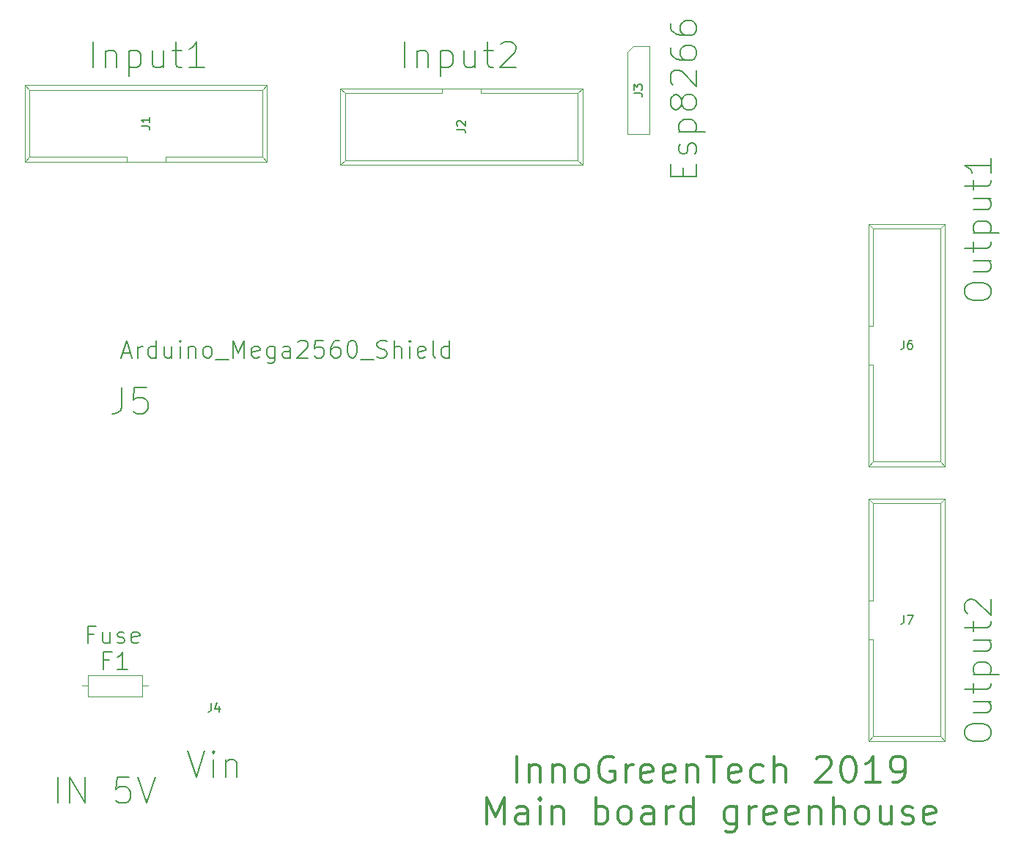
<source format=gbr>
G04 #@! TF.GenerationSoftware,KiCad,Pcbnew,(5.0.1)-4*
G04 #@! TF.CreationDate,2019-11-11T17:30:08+01:00*
G04 #@! TF.ProjectId,main_board,6D61696E5F626F6172642E6B69636164,rev?*
G04 #@! TF.SameCoordinates,PX6486dd0PY8198450*
G04 #@! TF.FileFunction,Other,Fab,Top*
%FSLAX46Y46*%
G04 Gerber Fmt 4.6, Leading zero omitted, Abs format (unit mm)*
G04 Created by KiCad (PCBNEW (5.0.1)-4) date 11/11/2019 17:30:08*
%MOMM*%
%LPD*%
G01*
G04 APERTURE LIST*
%ADD10C,0.300000*%
%ADD11C,0.100000*%
%ADD12C,0.150000*%
G04 APERTURE END LIST*
D10*
X50232857Y-6067142D02*
X50232857Y-3067142D01*
X51661428Y-4067142D02*
X51661428Y-6067142D01*
X51661428Y-4352857D02*
X51804285Y-4210000D01*
X52090000Y-4067142D01*
X52518571Y-4067142D01*
X52804285Y-4210000D01*
X52947142Y-4495714D01*
X52947142Y-6067142D01*
X54375714Y-4067142D02*
X54375714Y-6067142D01*
X54375714Y-4352857D02*
X54518571Y-4210000D01*
X54804285Y-4067142D01*
X55232857Y-4067142D01*
X55518571Y-4210000D01*
X55661428Y-4495714D01*
X55661428Y-6067142D01*
X57518571Y-6067142D02*
X57232857Y-5924285D01*
X57090000Y-5781428D01*
X56947142Y-5495714D01*
X56947142Y-4638571D01*
X57090000Y-4352857D01*
X57232857Y-4210000D01*
X57518571Y-4067142D01*
X57947142Y-4067142D01*
X58232857Y-4210000D01*
X58375714Y-4352857D01*
X58518571Y-4638571D01*
X58518571Y-5495714D01*
X58375714Y-5781428D01*
X58232857Y-5924285D01*
X57947142Y-6067142D01*
X57518571Y-6067142D01*
X61375714Y-3210000D02*
X61090000Y-3067142D01*
X60661428Y-3067142D01*
X60232857Y-3210000D01*
X59947142Y-3495714D01*
X59804285Y-3781428D01*
X59661428Y-4352857D01*
X59661428Y-4781428D01*
X59804285Y-5352857D01*
X59947142Y-5638571D01*
X60232857Y-5924285D01*
X60661428Y-6067142D01*
X60947142Y-6067142D01*
X61375714Y-5924285D01*
X61518571Y-5781428D01*
X61518571Y-4781428D01*
X60947142Y-4781428D01*
X62804285Y-6067142D02*
X62804285Y-4067142D01*
X62804285Y-4638571D02*
X62947142Y-4352857D01*
X63090000Y-4210000D01*
X63375714Y-4067142D01*
X63661428Y-4067142D01*
X65804285Y-5924285D02*
X65518571Y-6067142D01*
X64947142Y-6067142D01*
X64661428Y-5924285D01*
X64518571Y-5638571D01*
X64518571Y-4495714D01*
X64661428Y-4210000D01*
X64947142Y-4067142D01*
X65518571Y-4067142D01*
X65804285Y-4210000D01*
X65947142Y-4495714D01*
X65947142Y-4781428D01*
X64518571Y-5067142D01*
X68375714Y-5924285D02*
X68090000Y-6067142D01*
X67518571Y-6067142D01*
X67232857Y-5924285D01*
X67090000Y-5638571D01*
X67090000Y-4495714D01*
X67232857Y-4210000D01*
X67518571Y-4067142D01*
X68090000Y-4067142D01*
X68375714Y-4210000D01*
X68518571Y-4495714D01*
X68518571Y-4781428D01*
X67090000Y-5067142D01*
X69804285Y-4067142D02*
X69804285Y-6067142D01*
X69804285Y-4352857D02*
X69947142Y-4210000D01*
X70232857Y-4067142D01*
X70661428Y-4067142D01*
X70947142Y-4210000D01*
X71090000Y-4495714D01*
X71090000Y-6067142D01*
X72090000Y-3067142D02*
X73804285Y-3067142D01*
X72947142Y-6067142D02*
X72947142Y-3067142D01*
X75947142Y-5924285D02*
X75661428Y-6067142D01*
X75090000Y-6067142D01*
X74804285Y-5924285D01*
X74661428Y-5638571D01*
X74661428Y-4495714D01*
X74804285Y-4210000D01*
X75090000Y-4067142D01*
X75661428Y-4067142D01*
X75947142Y-4210000D01*
X76090000Y-4495714D01*
X76090000Y-4781428D01*
X74661428Y-5067142D01*
X78661428Y-5924285D02*
X78375714Y-6067142D01*
X77804285Y-6067142D01*
X77518571Y-5924285D01*
X77375714Y-5781428D01*
X77232857Y-5495714D01*
X77232857Y-4638571D01*
X77375714Y-4352857D01*
X77518571Y-4210000D01*
X77804285Y-4067142D01*
X78375714Y-4067142D01*
X78661428Y-4210000D01*
X79947142Y-6067142D02*
X79947142Y-3067142D01*
X81232857Y-6067142D02*
X81232857Y-4495714D01*
X81090000Y-4210000D01*
X80804285Y-4067142D01*
X80375714Y-4067142D01*
X80090000Y-4210000D01*
X79947142Y-4352857D01*
X84804285Y-3352857D02*
X84947142Y-3210000D01*
X85232857Y-3067142D01*
X85947142Y-3067142D01*
X86232857Y-3210000D01*
X86375714Y-3352857D01*
X86518571Y-3638571D01*
X86518571Y-3924285D01*
X86375714Y-4352857D01*
X84661428Y-6067142D01*
X86518571Y-6067142D01*
X88375714Y-3067142D02*
X88661428Y-3067142D01*
X88947142Y-3210000D01*
X89090000Y-3352857D01*
X89232857Y-3638571D01*
X89375714Y-4210000D01*
X89375714Y-4924285D01*
X89232857Y-5495714D01*
X89090000Y-5781428D01*
X88947142Y-5924285D01*
X88661428Y-6067142D01*
X88375714Y-6067142D01*
X88090000Y-5924285D01*
X87947142Y-5781428D01*
X87804285Y-5495714D01*
X87661428Y-4924285D01*
X87661428Y-4210000D01*
X87804285Y-3638571D01*
X87947142Y-3352857D01*
X88090000Y-3210000D01*
X88375714Y-3067142D01*
X92232857Y-6067142D02*
X90518571Y-6067142D01*
X91375714Y-6067142D02*
X91375714Y-3067142D01*
X91090000Y-3495714D01*
X90804285Y-3781428D01*
X90518571Y-3924285D01*
X93661428Y-6067142D02*
X94232857Y-6067142D01*
X94518571Y-5924285D01*
X94661428Y-5781428D01*
X94947142Y-5352857D01*
X95090000Y-4781428D01*
X95090000Y-3638571D01*
X94947142Y-3352857D01*
X94804285Y-3210000D01*
X94518571Y-3067142D01*
X93947142Y-3067142D01*
X93661428Y-3210000D01*
X93518571Y-3352857D01*
X93375714Y-3638571D01*
X93375714Y-4352857D01*
X93518571Y-4638571D01*
X93661428Y-4781428D01*
X93947142Y-4924285D01*
X94518571Y-4924285D01*
X94804285Y-4781428D01*
X94947142Y-4638571D01*
X95090000Y-4352857D01*
X46732857Y-10867142D02*
X46732857Y-7867142D01*
X47732857Y-10010000D01*
X48732857Y-7867142D01*
X48732857Y-10867142D01*
X51447142Y-10867142D02*
X51447142Y-9295714D01*
X51304285Y-9010000D01*
X51018571Y-8867142D01*
X50447142Y-8867142D01*
X50161428Y-9010000D01*
X51447142Y-10724285D02*
X51161428Y-10867142D01*
X50447142Y-10867142D01*
X50161428Y-10724285D01*
X50018571Y-10438571D01*
X50018571Y-10152857D01*
X50161428Y-9867142D01*
X50447142Y-9724285D01*
X51161428Y-9724285D01*
X51447142Y-9581428D01*
X52875714Y-10867142D02*
X52875714Y-8867142D01*
X52875714Y-7867142D02*
X52732857Y-8010000D01*
X52875714Y-8152857D01*
X53018571Y-8010000D01*
X52875714Y-7867142D01*
X52875714Y-8152857D01*
X54304285Y-8867142D02*
X54304285Y-10867142D01*
X54304285Y-9152857D02*
X54447142Y-9010000D01*
X54732857Y-8867142D01*
X55161428Y-8867142D01*
X55447142Y-9010000D01*
X55590000Y-9295714D01*
X55590000Y-10867142D01*
X59304285Y-10867142D02*
X59304285Y-7867142D01*
X59304285Y-9010000D02*
X59590000Y-8867142D01*
X60161428Y-8867142D01*
X60447142Y-9010000D01*
X60590000Y-9152857D01*
X60732857Y-9438571D01*
X60732857Y-10295714D01*
X60590000Y-10581428D01*
X60447142Y-10724285D01*
X60161428Y-10867142D01*
X59590000Y-10867142D01*
X59304285Y-10724285D01*
X62447142Y-10867142D02*
X62161428Y-10724285D01*
X62018571Y-10581428D01*
X61875714Y-10295714D01*
X61875714Y-9438571D01*
X62018571Y-9152857D01*
X62161428Y-9010000D01*
X62447142Y-8867142D01*
X62875714Y-8867142D01*
X63161428Y-9010000D01*
X63304285Y-9152857D01*
X63447142Y-9438571D01*
X63447142Y-10295714D01*
X63304285Y-10581428D01*
X63161428Y-10724285D01*
X62875714Y-10867142D01*
X62447142Y-10867142D01*
X66018571Y-10867142D02*
X66018571Y-9295714D01*
X65875714Y-9010000D01*
X65590000Y-8867142D01*
X65018571Y-8867142D01*
X64732857Y-9010000D01*
X66018571Y-10724285D02*
X65732857Y-10867142D01*
X65018571Y-10867142D01*
X64732857Y-10724285D01*
X64590000Y-10438571D01*
X64590000Y-10152857D01*
X64732857Y-9867142D01*
X65018571Y-9724285D01*
X65732857Y-9724285D01*
X66018571Y-9581428D01*
X67447142Y-10867142D02*
X67447142Y-8867142D01*
X67447142Y-9438571D02*
X67590000Y-9152857D01*
X67732857Y-9010000D01*
X68018571Y-8867142D01*
X68304285Y-8867142D01*
X70590000Y-10867142D02*
X70590000Y-7867142D01*
X70590000Y-10724285D02*
X70304285Y-10867142D01*
X69732857Y-10867142D01*
X69447142Y-10724285D01*
X69304285Y-10581428D01*
X69161428Y-10295714D01*
X69161428Y-9438571D01*
X69304285Y-9152857D01*
X69447142Y-9010000D01*
X69732857Y-8867142D01*
X70304285Y-8867142D01*
X70590000Y-9010000D01*
X75590000Y-8867142D02*
X75590000Y-11295714D01*
X75447142Y-11581428D01*
X75304285Y-11724285D01*
X75018571Y-11867142D01*
X74590000Y-11867142D01*
X74304285Y-11724285D01*
X75590000Y-10724285D02*
X75304285Y-10867142D01*
X74732857Y-10867142D01*
X74447142Y-10724285D01*
X74304285Y-10581428D01*
X74161428Y-10295714D01*
X74161428Y-9438571D01*
X74304285Y-9152857D01*
X74447142Y-9010000D01*
X74732857Y-8867142D01*
X75304285Y-8867142D01*
X75590000Y-9010000D01*
X77018571Y-10867142D02*
X77018571Y-8867142D01*
X77018571Y-9438571D02*
X77161428Y-9152857D01*
X77304285Y-9010000D01*
X77590000Y-8867142D01*
X77875714Y-8867142D01*
X80018571Y-10724285D02*
X79732857Y-10867142D01*
X79161428Y-10867142D01*
X78875714Y-10724285D01*
X78732857Y-10438571D01*
X78732857Y-9295714D01*
X78875714Y-9010000D01*
X79161428Y-8867142D01*
X79732857Y-8867142D01*
X80018571Y-9010000D01*
X80161428Y-9295714D01*
X80161428Y-9581428D01*
X78732857Y-9867142D01*
X82590000Y-10724285D02*
X82304285Y-10867142D01*
X81732857Y-10867142D01*
X81447142Y-10724285D01*
X81304285Y-10438571D01*
X81304285Y-9295714D01*
X81447142Y-9010000D01*
X81732857Y-8867142D01*
X82304285Y-8867142D01*
X82590000Y-9010000D01*
X82732857Y-9295714D01*
X82732857Y-9581428D01*
X81304285Y-9867142D01*
X84018571Y-8867142D02*
X84018571Y-10867142D01*
X84018571Y-9152857D02*
X84161428Y-9010000D01*
X84447142Y-8867142D01*
X84875714Y-8867142D01*
X85161428Y-9010000D01*
X85304285Y-9295714D01*
X85304285Y-10867142D01*
X86732857Y-10867142D02*
X86732857Y-7867142D01*
X88018571Y-10867142D02*
X88018571Y-9295714D01*
X87875714Y-9010000D01*
X87590000Y-8867142D01*
X87161428Y-8867142D01*
X86875714Y-9010000D01*
X86732857Y-9152857D01*
X89875714Y-10867142D02*
X89590000Y-10724285D01*
X89447142Y-10581428D01*
X89304285Y-10295714D01*
X89304285Y-9438571D01*
X89447142Y-9152857D01*
X89590000Y-9010000D01*
X89875714Y-8867142D01*
X90304285Y-8867142D01*
X90590000Y-9010000D01*
X90732857Y-9152857D01*
X90875714Y-9438571D01*
X90875714Y-10295714D01*
X90732857Y-10581428D01*
X90590000Y-10724285D01*
X90304285Y-10867142D01*
X89875714Y-10867142D01*
X93447142Y-8867142D02*
X93447142Y-10867142D01*
X92161428Y-8867142D02*
X92161428Y-10438571D01*
X92304285Y-10724285D01*
X92590000Y-10867142D01*
X93018571Y-10867142D01*
X93304285Y-10724285D01*
X93447142Y-10581428D01*
X94732857Y-10724285D02*
X95018571Y-10867142D01*
X95590000Y-10867142D01*
X95875714Y-10724285D01*
X96018571Y-10438571D01*
X96018571Y-10295714D01*
X95875714Y-10010000D01*
X95590000Y-9867142D01*
X95161428Y-9867142D01*
X94875714Y-9724285D01*
X94732857Y-9438571D01*
X94732857Y-9295714D01*
X94875714Y-9010000D01*
X95161428Y-8867142D01*
X95590000Y-8867142D01*
X95875714Y-9010000D01*
X98447142Y-10724285D02*
X98161428Y-10867142D01*
X97590000Y-10867142D01*
X97304285Y-10724285D01*
X97161428Y-10438571D01*
X97161428Y-9295714D01*
X97304285Y-9010000D01*
X97590000Y-8867142D01*
X98161428Y-8867142D01*
X98447142Y-9010000D01*
X98590000Y-9295714D01*
X98590000Y-9581428D01*
X97161428Y-9867142D01*
D11*
G04 #@! TO.C,J6*
X90825000Y30460000D02*
X91375000Y31020000D01*
X90825000Y58440000D02*
X91375000Y57900000D01*
X99675000Y30460000D02*
X99125000Y31020000D01*
X99675000Y58440000D02*
X99125000Y57900000D01*
X99125000Y31020000D02*
X91375000Y31020000D01*
X99675000Y30460000D02*
X90825000Y30460000D01*
X99125000Y57900000D02*
X91375000Y57900000D01*
X99675000Y58440000D02*
X90825000Y58440000D01*
X91375000Y42200000D02*
X90825000Y42200000D01*
X91375000Y46700000D02*
X90825000Y46700000D01*
X91375000Y42200000D02*
X91375000Y31020000D01*
X91375000Y57900000D02*
X91375000Y46700000D01*
X90825000Y58440000D02*
X90825000Y30460000D01*
X99125000Y57900000D02*
X99125000Y31020000D01*
X99675000Y58440000D02*
X99675000Y30460000D01*
G04 #@! TO.C,F1*
X6960000Y3830000D02*
X6960000Y6330000D01*
X6960000Y6330000D02*
X660000Y6330000D01*
X660000Y6330000D02*
X660000Y3830000D01*
X660000Y3830000D02*
X6960000Y3830000D01*
X7620000Y5080000D02*
X6960000Y5080000D01*
X0Y5080000D02*
X660000Y5080000D01*
G04 #@! TO.C,J1*
X21356000Y65679000D02*
X20796000Y66229000D01*
X-6624000Y65679000D02*
X-6084000Y66229000D01*
X21356000Y74529000D02*
X20796000Y73979000D01*
X-6624000Y74529000D02*
X-6084000Y73979000D01*
X20796000Y73979000D02*
X20796000Y66229000D01*
X21356000Y74529000D02*
X21356000Y65679000D01*
X-6084000Y73979000D02*
X-6084000Y66229000D01*
X-6624000Y74529000D02*
X-6624000Y65679000D01*
X9616000Y66229000D02*
X9616000Y65679000D01*
X5116000Y66229000D02*
X5116000Y65679000D01*
X9616000Y66229000D02*
X20796000Y66229000D01*
X-6084000Y66229000D02*
X5116000Y66229000D01*
X-6624000Y65679000D02*
X21356000Y65679000D01*
X-6084000Y73979000D02*
X20796000Y73979000D01*
X-6624000Y74529000D02*
X21356000Y74529000D01*
G04 #@! TO.C,J2*
X29825000Y74148000D02*
X30385000Y73598000D01*
X57805000Y74148000D02*
X57265000Y73598000D01*
X29825000Y65298000D02*
X30385000Y65848000D01*
X57805000Y65298000D02*
X57265000Y65848000D01*
X30385000Y65848000D02*
X30385000Y73598000D01*
X29825000Y65298000D02*
X29825000Y74148000D01*
X57265000Y65848000D02*
X57265000Y73598000D01*
X57805000Y65298000D02*
X57805000Y74148000D01*
X41565000Y73598000D02*
X41565000Y74148000D01*
X46065000Y73598000D02*
X46065000Y74148000D01*
X41565000Y73598000D02*
X30385000Y73598000D01*
X57265000Y73598000D02*
X46065000Y73598000D01*
X57805000Y74148000D02*
X29825000Y74148000D01*
X57265000Y65848000D02*
X30385000Y65848000D01*
X57805000Y65298000D02*
X29825000Y65298000D01*
G04 #@! TO.C,J3*
X63627000Y78994000D02*
X65532000Y78994000D01*
X65532000Y78994000D02*
X65532000Y68834000D01*
X65532000Y68834000D02*
X62992000Y68834000D01*
X62992000Y68834000D02*
X62992000Y78359000D01*
X62992000Y78359000D02*
X63627000Y78994000D01*
G04 #@! TO.C,J7*
X99675000Y26690000D02*
X99675000Y-1290000D01*
X99125000Y26150000D02*
X99125000Y-730000D01*
X90825000Y26690000D02*
X90825000Y-1290000D01*
X91375000Y26150000D02*
X91375000Y14950000D01*
X91375000Y10450000D02*
X91375000Y-730000D01*
X91375000Y14950000D02*
X90825000Y14950000D01*
X91375000Y10450000D02*
X90825000Y10450000D01*
X99675000Y26690000D02*
X90825000Y26690000D01*
X99125000Y26150000D02*
X91375000Y26150000D01*
X99675000Y-1290000D02*
X90825000Y-1290000D01*
X99125000Y-730000D02*
X91375000Y-730000D01*
X99675000Y26690000D02*
X99125000Y26150000D01*
X99675000Y-1290000D02*
X99125000Y-730000D01*
X90825000Y26690000D02*
X91375000Y26150000D01*
X90825000Y-1290000D02*
X91375000Y-730000D01*
G04 #@! TD*
G04 #@! TO.C,J6*
D12*
X101947142Y50390000D02*
X101947142Y50961429D01*
X102090000Y51247143D01*
X102375714Y51532858D01*
X102947142Y51675715D01*
X103947142Y51675715D01*
X104518571Y51532858D01*
X104804285Y51247143D01*
X104947142Y50961429D01*
X104947142Y50390000D01*
X104804285Y50104286D01*
X104518571Y49818572D01*
X103947142Y49675715D01*
X102947142Y49675715D01*
X102375714Y49818572D01*
X102090000Y50104286D01*
X101947142Y50390000D01*
X102947142Y54247143D02*
X104947142Y54247143D01*
X102947142Y52961429D02*
X104518571Y52961429D01*
X104804285Y53104286D01*
X104947142Y53390000D01*
X104947142Y53818572D01*
X104804285Y54104286D01*
X104661428Y54247143D01*
X102947142Y55247143D02*
X102947142Y56390000D01*
X101947142Y55675715D02*
X104518571Y55675715D01*
X104804285Y55818572D01*
X104947142Y56104286D01*
X104947142Y56390000D01*
X102947142Y57390000D02*
X105947142Y57390000D01*
X103090000Y57390000D02*
X102947142Y57675715D01*
X102947142Y58247143D01*
X103090000Y58532858D01*
X103232857Y58675715D01*
X103518571Y58818572D01*
X104375714Y58818572D01*
X104661428Y58675715D01*
X104804285Y58532858D01*
X104947142Y58247143D01*
X104947142Y57675715D01*
X104804285Y57390000D01*
X102947142Y61390000D02*
X104947142Y61390000D01*
X102947142Y60104286D02*
X104518571Y60104286D01*
X104804285Y60247143D01*
X104947142Y60532858D01*
X104947142Y60961429D01*
X104804285Y61247143D01*
X104661428Y61390000D01*
X102947142Y62390000D02*
X102947142Y63532858D01*
X101947142Y62818572D02*
X104518571Y62818572D01*
X104804285Y62961429D01*
X104947142Y63247143D01*
X104947142Y63532858D01*
X104947142Y66104286D02*
X104947142Y64390000D01*
X104947142Y65247143D02*
X101947142Y65247143D01*
X102375714Y64961429D01*
X102661428Y64675715D01*
X102804285Y64390000D01*
X94916666Y44997620D02*
X94916666Y44283334D01*
X94869047Y44140477D01*
X94773809Y44045239D01*
X94630952Y43997620D01*
X94535714Y43997620D01*
X95821428Y44997620D02*
X95630952Y44997620D01*
X95535714Y44950000D01*
X95488095Y44902381D01*
X95392857Y44759524D01*
X95345238Y44569048D01*
X95345238Y44188096D01*
X95392857Y44092858D01*
X95440476Y44045239D01*
X95535714Y43997620D01*
X95726190Y43997620D01*
X95821428Y44045239D01*
X95869047Y44092858D01*
X95916666Y44188096D01*
X95916666Y44426191D01*
X95869047Y44521429D01*
X95821428Y44569048D01*
X95726190Y44616667D01*
X95535714Y44616667D01*
X95440476Y44569048D01*
X95392857Y44521429D01*
X95345238Y44426191D01*
G04 #@! TO.C,XA1*
X4637619Y43556667D02*
X5589999Y43556667D01*
X4447142Y42985239D02*
X5113809Y44985239D01*
X5780476Y42985239D01*
X6447142Y42985239D02*
X6447142Y44318572D01*
X6447142Y43937620D02*
X6542380Y44128096D01*
X6637619Y44223334D01*
X6828095Y44318572D01*
X7018571Y44318572D01*
X8542380Y42985239D02*
X8542380Y44985239D01*
X8542380Y43080477D02*
X8351904Y42985239D01*
X7970952Y42985239D01*
X7780476Y43080477D01*
X7685238Y43175715D01*
X7589999Y43366191D01*
X7589999Y43937620D01*
X7685238Y44128096D01*
X7780476Y44223334D01*
X7970952Y44318572D01*
X8351904Y44318572D01*
X8542380Y44223334D01*
X10351904Y44318572D02*
X10351904Y42985239D01*
X9494761Y44318572D02*
X9494761Y43270953D01*
X9589999Y43080477D01*
X9780476Y42985239D01*
X10066190Y42985239D01*
X10256666Y43080477D01*
X10351904Y43175715D01*
X11304285Y42985239D02*
X11304285Y44318572D01*
X11304285Y44985239D02*
X11209047Y44890000D01*
X11304285Y44794762D01*
X11399523Y44890000D01*
X11304285Y44985239D01*
X11304285Y44794762D01*
X12256666Y44318572D02*
X12256666Y42985239D01*
X12256666Y44128096D02*
X12351904Y44223334D01*
X12542380Y44318572D01*
X12828095Y44318572D01*
X13018571Y44223334D01*
X13113809Y44032858D01*
X13113809Y42985239D01*
X14351904Y42985239D02*
X14161428Y43080477D01*
X14066190Y43175715D01*
X13970952Y43366191D01*
X13970952Y43937620D01*
X14066190Y44128096D01*
X14161428Y44223334D01*
X14351904Y44318572D01*
X14637619Y44318572D01*
X14828095Y44223334D01*
X14923333Y44128096D01*
X15018571Y43937620D01*
X15018571Y43366191D01*
X14923333Y43175715D01*
X14828095Y43080477D01*
X14637619Y42985239D01*
X14351904Y42985239D01*
X15399523Y42794762D02*
X16923333Y42794762D01*
X17399523Y42985239D02*
X17399523Y44985239D01*
X18066190Y43556667D01*
X18732857Y44985239D01*
X18732857Y42985239D01*
X20447142Y43080477D02*
X20256666Y42985239D01*
X19875714Y42985239D01*
X19685238Y43080477D01*
X19589999Y43270953D01*
X19589999Y44032858D01*
X19685238Y44223334D01*
X19875714Y44318572D01*
X20256666Y44318572D01*
X20447142Y44223334D01*
X20542380Y44032858D01*
X20542380Y43842381D01*
X19589999Y43651905D01*
X22256666Y44318572D02*
X22256666Y42699524D01*
X22161428Y42509048D01*
X22066190Y42413810D01*
X21875714Y42318572D01*
X21589999Y42318572D01*
X21399523Y42413810D01*
X22256666Y43080477D02*
X22066190Y42985239D01*
X21685238Y42985239D01*
X21494761Y43080477D01*
X21399523Y43175715D01*
X21304285Y43366191D01*
X21304285Y43937620D01*
X21399523Y44128096D01*
X21494761Y44223334D01*
X21685238Y44318572D01*
X22066190Y44318572D01*
X22256666Y44223334D01*
X24066190Y42985239D02*
X24066190Y44032858D01*
X23970952Y44223334D01*
X23780476Y44318572D01*
X23399523Y44318572D01*
X23209047Y44223334D01*
X24066190Y43080477D02*
X23875714Y42985239D01*
X23399523Y42985239D01*
X23209047Y43080477D01*
X23113809Y43270953D01*
X23113809Y43461429D01*
X23209047Y43651905D01*
X23399523Y43747143D01*
X23875714Y43747143D01*
X24066190Y43842381D01*
X24923333Y44794762D02*
X25018571Y44890000D01*
X25209047Y44985239D01*
X25685238Y44985239D01*
X25875714Y44890000D01*
X25970952Y44794762D01*
X26066190Y44604286D01*
X26066190Y44413810D01*
X25970952Y44128096D01*
X24828095Y42985239D01*
X26066190Y42985239D01*
X27875714Y44985239D02*
X26923333Y44985239D01*
X26828095Y44032858D01*
X26923333Y44128096D01*
X27113809Y44223334D01*
X27589999Y44223334D01*
X27780476Y44128096D01*
X27875714Y44032858D01*
X27970952Y43842381D01*
X27970952Y43366191D01*
X27875714Y43175715D01*
X27780476Y43080477D01*
X27589999Y42985239D01*
X27113809Y42985239D01*
X26923333Y43080477D01*
X26828095Y43175715D01*
X29685238Y44985239D02*
X29304285Y44985239D01*
X29113809Y44890000D01*
X29018571Y44794762D01*
X28828095Y44509048D01*
X28732857Y44128096D01*
X28732857Y43366191D01*
X28828095Y43175715D01*
X28923333Y43080477D01*
X29113809Y42985239D01*
X29494761Y42985239D01*
X29685238Y43080477D01*
X29780476Y43175715D01*
X29875714Y43366191D01*
X29875714Y43842381D01*
X29780476Y44032858D01*
X29685238Y44128096D01*
X29494761Y44223334D01*
X29113809Y44223334D01*
X28923333Y44128096D01*
X28828095Y44032858D01*
X28732857Y43842381D01*
X31113809Y44985239D02*
X31304285Y44985239D01*
X31494761Y44890000D01*
X31589999Y44794762D01*
X31685238Y44604286D01*
X31780476Y44223334D01*
X31780476Y43747143D01*
X31685238Y43366191D01*
X31589999Y43175715D01*
X31494761Y43080477D01*
X31304285Y42985239D01*
X31113809Y42985239D01*
X30923333Y43080477D01*
X30828095Y43175715D01*
X30732857Y43366191D01*
X30637619Y43747143D01*
X30637619Y44223334D01*
X30732857Y44604286D01*
X30828095Y44794762D01*
X30923333Y44890000D01*
X31113809Y44985239D01*
X32161428Y42794762D02*
X33685238Y42794762D01*
X34066190Y43080477D02*
X34351904Y42985239D01*
X34828095Y42985239D01*
X35018571Y43080477D01*
X35113809Y43175715D01*
X35209047Y43366191D01*
X35209047Y43556667D01*
X35113809Y43747143D01*
X35018571Y43842381D01*
X34828095Y43937620D01*
X34447142Y44032858D01*
X34256666Y44128096D01*
X34161428Y44223334D01*
X34066190Y44413810D01*
X34066190Y44604286D01*
X34161428Y44794762D01*
X34256666Y44890000D01*
X34447142Y44985239D01*
X34923333Y44985239D01*
X35209047Y44890000D01*
X36066190Y42985239D02*
X36066190Y44985239D01*
X36923333Y42985239D02*
X36923333Y44032858D01*
X36828095Y44223334D01*
X36637619Y44318572D01*
X36351904Y44318572D01*
X36161428Y44223334D01*
X36066190Y44128096D01*
X37875714Y42985239D02*
X37875714Y44318572D01*
X37875714Y44985239D02*
X37780476Y44890000D01*
X37875714Y44794762D01*
X37970952Y44890000D01*
X37875714Y44985239D01*
X37875714Y44794762D01*
X39589999Y43080477D02*
X39399523Y42985239D01*
X39018571Y42985239D01*
X38828095Y43080477D01*
X38732857Y43270953D01*
X38732857Y44032858D01*
X38828095Y44223334D01*
X39018571Y44318572D01*
X39399523Y44318572D01*
X39589999Y44223334D01*
X39685238Y44032858D01*
X39685238Y43842381D01*
X38732857Y43651905D01*
X40828095Y42985239D02*
X40637619Y43080477D01*
X40542380Y43270953D01*
X40542380Y44985239D01*
X42447142Y42985239D02*
X42447142Y44985239D01*
X42447142Y43080477D02*
X42256666Y42985239D01*
X41875714Y42985239D01*
X41685238Y43080477D01*
X41589999Y43175715D01*
X41494761Y43366191D01*
X41494761Y43937620D01*
X41589999Y44128096D01*
X41685238Y44223334D01*
X41875714Y44318572D01*
X42256666Y44318572D01*
X42447142Y44223334D01*
G04 #@! TO.C,F1*
X1304285Y11032858D02*
X637619Y11032858D01*
X637619Y9985239D02*
X637619Y11985239D01*
X1590000Y11985239D01*
X3209047Y11318572D02*
X3209047Y9985239D01*
X2351904Y11318572D02*
X2351904Y10270953D01*
X2447142Y10080477D01*
X2637619Y9985239D01*
X2923333Y9985239D01*
X3113809Y10080477D01*
X3209047Y10175715D01*
X4066190Y10080477D02*
X4256666Y9985239D01*
X4637619Y9985239D01*
X4828095Y10080477D01*
X4923333Y10270953D01*
X4923333Y10366191D01*
X4828095Y10556667D01*
X4637619Y10651905D01*
X4351904Y10651905D01*
X4161428Y10747143D01*
X4066190Y10937620D01*
X4066190Y11032858D01*
X4161428Y11223334D01*
X4351904Y11318572D01*
X4637619Y11318572D01*
X4828095Y11223334D01*
X6542380Y10080477D02*
X6351904Y9985239D01*
X5970952Y9985239D01*
X5780476Y10080477D01*
X5685238Y10270953D01*
X5685238Y11032858D01*
X5780476Y11223334D01*
X5970952Y11318572D01*
X6351904Y11318572D01*
X6542380Y11223334D01*
X6637619Y11032858D01*
X6637619Y10842381D01*
X5685238Y10651905D01*
X3143333Y8032858D02*
X2476666Y8032858D01*
X2476666Y6985239D02*
X2476666Y8985239D01*
X3429047Y8985239D01*
X5238571Y6985239D02*
X4095714Y6985239D01*
X4667142Y6985239D02*
X4667142Y8985239D01*
X4476666Y8699524D01*
X4286190Y8509048D01*
X4095714Y8413810D01*
G04 #@! TO.C,J1*
X1232857Y76532858D02*
X1232857Y79532858D01*
X2661428Y78532858D02*
X2661428Y76532858D01*
X2661428Y78247143D02*
X2804285Y78390000D01*
X3090000Y78532858D01*
X3518571Y78532858D01*
X3804285Y78390000D01*
X3947142Y78104286D01*
X3947142Y76532858D01*
X5375714Y78532858D02*
X5375714Y75532858D01*
X5375714Y78390000D02*
X5661428Y78532858D01*
X6232857Y78532858D01*
X6518571Y78390000D01*
X6661428Y78247143D01*
X6804285Y77961429D01*
X6804285Y77104286D01*
X6661428Y76818572D01*
X6518571Y76675715D01*
X6232857Y76532858D01*
X5661428Y76532858D01*
X5375714Y76675715D01*
X9375714Y78532858D02*
X9375714Y76532858D01*
X8090000Y78532858D02*
X8090000Y76961429D01*
X8232857Y76675715D01*
X8518571Y76532858D01*
X8947142Y76532858D01*
X9232857Y76675715D01*
X9375714Y76818572D01*
X10375714Y78532858D02*
X11518571Y78532858D01*
X10804285Y79532858D02*
X10804285Y76961429D01*
X10947142Y76675715D01*
X11232857Y76532858D01*
X11518571Y76532858D01*
X14090000Y76532858D02*
X12375714Y76532858D01*
X13232857Y76532858D02*
X13232857Y79532858D01*
X12947142Y79104286D01*
X12661428Y78818572D01*
X12375714Y78675715D01*
X6818380Y69770667D02*
X7532666Y69770667D01*
X7675523Y69723048D01*
X7770761Y69627810D01*
X7818380Y69484953D01*
X7818380Y69389715D01*
X7818380Y70770667D02*
X7818380Y70199239D01*
X7818380Y70484953D02*
X6818380Y70484953D01*
X6961238Y70389715D01*
X7056476Y70294477D01*
X7104095Y70199239D01*
G04 #@! TO.C,J2*
X37232857Y76532858D02*
X37232857Y79532858D01*
X38661428Y78532858D02*
X38661428Y76532858D01*
X38661428Y78247143D02*
X38804285Y78390000D01*
X39090000Y78532858D01*
X39518571Y78532858D01*
X39804285Y78390000D01*
X39947142Y78104286D01*
X39947142Y76532858D01*
X41375714Y78532858D02*
X41375714Y75532858D01*
X41375714Y78390000D02*
X41661428Y78532858D01*
X42232857Y78532858D01*
X42518571Y78390000D01*
X42661428Y78247143D01*
X42804285Y77961429D01*
X42804285Y77104286D01*
X42661428Y76818572D01*
X42518571Y76675715D01*
X42232857Y76532858D01*
X41661428Y76532858D01*
X41375714Y76675715D01*
X45375714Y78532858D02*
X45375714Y76532858D01*
X44090000Y78532858D02*
X44090000Y76961429D01*
X44232857Y76675715D01*
X44518571Y76532858D01*
X44947142Y76532858D01*
X45232857Y76675715D01*
X45375714Y76818572D01*
X46375714Y78532858D02*
X47518571Y78532858D01*
X46804285Y79532858D02*
X46804285Y76961429D01*
X46947142Y76675715D01*
X47232857Y76532858D01*
X47518571Y76532858D01*
X48375714Y79247143D02*
X48518571Y79390000D01*
X48804285Y79532858D01*
X49518571Y79532858D01*
X49804285Y79390000D01*
X49947142Y79247143D01*
X50090000Y78961429D01*
X50090000Y78675715D01*
X49947142Y78247143D01*
X48232857Y76532858D01*
X50090000Y76532858D01*
X43267380Y69389667D02*
X43981666Y69389667D01*
X44124523Y69342048D01*
X44219761Y69246810D01*
X44267380Y69103953D01*
X44267380Y69008715D01*
X43362619Y69818239D02*
X43315000Y69865858D01*
X43267380Y69961096D01*
X43267380Y70199191D01*
X43315000Y70294429D01*
X43362619Y70342048D01*
X43457857Y70389667D01*
X43553095Y70389667D01*
X43695952Y70342048D01*
X44267380Y69770620D01*
X44267380Y70389667D01*
G04 #@! TO.C,J3*
X69375714Y63961429D02*
X69375714Y64961429D01*
X70947142Y65390000D02*
X70947142Y63961429D01*
X67947142Y63961429D01*
X67947142Y65390000D01*
X70804285Y66532858D02*
X70947142Y66818572D01*
X70947142Y67390000D01*
X70804285Y67675715D01*
X70518571Y67818572D01*
X70375714Y67818572D01*
X70090000Y67675715D01*
X69947142Y67390000D01*
X69947142Y66961429D01*
X69804285Y66675715D01*
X69518571Y66532858D01*
X69375714Y66532858D01*
X69090000Y66675715D01*
X68947142Y66961429D01*
X68947142Y67390000D01*
X69090000Y67675715D01*
X68947142Y69104286D02*
X71947142Y69104286D01*
X69090000Y69104286D02*
X68947142Y69390000D01*
X68947142Y69961429D01*
X69090000Y70247143D01*
X69232857Y70390000D01*
X69518571Y70532858D01*
X70375714Y70532858D01*
X70661428Y70390000D01*
X70804285Y70247143D01*
X70947142Y69961429D01*
X70947142Y69390000D01*
X70804285Y69104286D01*
X69232857Y72247143D02*
X69090000Y71961429D01*
X68947142Y71818572D01*
X68661428Y71675715D01*
X68518571Y71675715D01*
X68232857Y71818572D01*
X68090000Y71961429D01*
X67947142Y72247143D01*
X67947142Y72818572D01*
X68090000Y73104286D01*
X68232857Y73247143D01*
X68518571Y73390000D01*
X68661428Y73390000D01*
X68947142Y73247143D01*
X69090000Y73104286D01*
X69232857Y72818572D01*
X69232857Y72247143D01*
X69375714Y71961429D01*
X69518571Y71818572D01*
X69804285Y71675715D01*
X70375714Y71675715D01*
X70661428Y71818572D01*
X70804285Y71961429D01*
X70947142Y72247143D01*
X70947142Y72818572D01*
X70804285Y73104286D01*
X70661428Y73247143D01*
X70375714Y73390000D01*
X69804285Y73390000D01*
X69518571Y73247143D01*
X69375714Y73104286D01*
X69232857Y72818572D01*
X68232857Y74532858D02*
X68090000Y74675715D01*
X67947142Y74961429D01*
X67947142Y75675715D01*
X68090000Y75961429D01*
X68232857Y76104286D01*
X68518571Y76247143D01*
X68804285Y76247143D01*
X69232857Y76104286D01*
X70947142Y74390000D01*
X70947142Y76247143D01*
X67947142Y78818572D02*
X67947142Y78247143D01*
X68090000Y77961429D01*
X68232857Y77818572D01*
X68661428Y77532858D01*
X69232857Y77390000D01*
X70375714Y77390000D01*
X70661428Y77532858D01*
X70804285Y77675715D01*
X70947142Y77961429D01*
X70947142Y78532858D01*
X70804285Y78818572D01*
X70661428Y78961429D01*
X70375714Y79104286D01*
X69661428Y79104286D01*
X69375714Y78961429D01*
X69232857Y78818572D01*
X69090000Y78532858D01*
X69090000Y77961429D01*
X69232857Y77675715D01*
X69375714Y77532858D01*
X69661428Y77390000D01*
X67947142Y81675715D02*
X67947142Y81104286D01*
X68090000Y80818572D01*
X68232857Y80675715D01*
X68661428Y80390000D01*
X69232857Y80247143D01*
X70375714Y80247143D01*
X70661428Y80390000D01*
X70804285Y80532858D01*
X70947142Y80818572D01*
X70947142Y81390000D01*
X70804285Y81675715D01*
X70661428Y81818572D01*
X70375714Y81961429D01*
X69661428Y81961429D01*
X69375714Y81818572D01*
X69232857Y81675715D01*
X69090000Y81390000D01*
X69090000Y80818572D01*
X69232857Y80532858D01*
X69375714Y80390000D01*
X69661428Y80247143D01*
X63714380Y73580667D02*
X64428666Y73580667D01*
X64571523Y73533048D01*
X64666761Y73437810D01*
X64714380Y73294953D01*
X64714380Y73199715D01*
X63714380Y73961620D02*
X63714380Y74580667D01*
X64095333Y74247334D01*
X64095333Y74390191D01*
X64142952Y74485429D01*
X64190571Y74533048D01*
X64285809Y74580667D01*
X64523904Y74580667D01*
X64619142Y74533048D01*
X64666761Y74485429D01*
X64714380Y74390191D01*
X64714380Y74104477D01*
X64666761Y74009239D01*
X64619142Y73961620D01*
G04 #@! TO.C,J4*
X12168571Y-2467142D02*
X13168571Y-5467142D01*
X14168571Y-2467142D01*
X15168571Y-5467142D02*
X15168571Y-3467142D01*
X15168571Y-2467142D02*
X15025714Y-2610000D01*
X15168571Y-2752857D01*
X15311428Y-2610000D01*
X15168571Y-2467142D01*
X15168571Y-2752857D01*
X16597142Y-3467142D02*
X16597142Y-5467142D01*
X16597142Y-3752857D02*
X16740000Y-3610000D01*
X17025714Y-3467142D01*
X17454285Y-3467142D01*
X17740000Y-3610000D01*
X17882857Y-3895714D01*
X17882857Y-5467142D01*
X14906666Y3087620D02*
X14906666Y2373334D01*
X14859047Y2230477D01*
X14763809Y2135239D01*
X14620952Y2087620D01*
X14525714Y2087620D01*
X15811428Y2754286D02*
X15811428Y2087620D01*
X15573333Y3135239D02*
X15335238Y2420953D01*
X15954285Y2420953D01*
G04 #@! TO.C,J5*
X-2838572Y-8467142D02*
X-2838572Y-5467142D01*
X-1410000Y-8467142D02*
X-1410000Y-5467142D01*
X304285Y-8467142D01*
X304285Y-5467142D01*
X5447142Y-5467142D02*
X4018571Y-5467142D01*
X3875714Y-6895714D01*
X4018571Y-6752857D01*
X4304285Y-6610000D01*
X5018571Y-6610000D01*
X5304285Y-6752857D01*
X5447142Y-6895714D01*
X5590000Y-7181428D01*
X5590000Y-7895714D01*
X5447142Y-8181428D01*
X5304285Y-8324285D01*
X5018571Y-8467142D01*
X4304285Y-8467142D01*
X4018571Y-8324285D01*
X3875714Y-8181428D01*
X6447142Y-5467142D02*
X7447142Y-8467142D01*
X8447142Y-5467142D01*
X4590000Y39532858D02*
X4590000Y37390000D01*
X4447142Y36961429D01*
X4161428Y36675715D01*
X3732857Y36532858D01*
X3447142Y36532858D01*
X7447142Y39532858D02*
X6018571Y39532858D01*
X5875714Y38104286D01*
X6018571Y38247143D01*
X6304285Y38390000D01*
X7018571Y38390000D01*
X7304285Y38247143D01*
X7447142Y38104286D01*
X7590000Y37818572D01*
X7590000Y37104286D01*
X7447142Y36818572D01*
X7304285Y36675715D01*
X7018571Y36532858D01*
X6304285Y36532858D01*
X6018571Y36675715D01*
X5875714Y36818572D01*
G04 #@! TO.C,J7*
X101947142Y-610000D02*
X101947142Y-38571D01*
X102090000Y247143D01*
X102375714Y532858D01*
X102947142Y675715D01*
X103947142Y675715D01*
X104518571Y532858D01*
X104804285Y247143D01*
X104947142Y-38571D01*
X104947142Y-610000D01*
X104804285Y-895714D01*
X104518571Y-1181428D01*
X103947142Y-1324285D01*
X102947142Y-1324285D01*
X102375714Y-1181428D01*
X102090000Y-895714D01*
X101947142Y-610000D01*
X102947142Y3247143D02*
X104947142Y3247143D01*
X102947142Y1961429D02*
X104518571Y1961429D01*
X104804285Y2104286D01*
X104947142Y2390000D01*
X104947142Y2818572D01*
X104804285Y3104286D01*
X104661428Y3247143D01*
X102947142Y4247143D02*
X102947142Y5390000D01*
X101947142Y4675715D02*
X104518571Y4675715D01*
X104804285Y4818572D01*
X104947142Y5104286D01*
X104947142Y5390000D01*
X102947142Y6390000D02*
X105947142Y6390000D01*
X103090000Y6390000D02*
X102947142Y6675715D01*
X102947142Y7247143D01*
X103090000Y7532858D01*
X103232857Y7675715D01*
X103518571Y7818572D01*
X104375714Y7818572D01*
X104661428Y7675715D01*
X104804285Y7532858D01*
X104947142Y7247143D01*
X104947142Y6675715D01*
X104804285Y6390000D01*
X102947142Y10390000D02*
X104947142Y10390000D01*
X102947142Y9104286D02*
X104518571Y9104286D01*
X104804285Y9247143D01*
X104947142Y9532858D01*
X104947142Y9961429D01*
X104804285Y10247143D01*
X104661428Y10390000D01*
X102947142Y11390000D02*
X102947142Y12532858D01*
X101947142Y11818572D02*
X104518571Y11818572D01*
X104804285Y11961429D01*
X104947142Y12247143D01*
X104947142Y12532858D01*
X102232857Y13390000D02*
X102090000Y13532858D01*
X101947142Y13818572D01*
X101947142Y14532858D01*
X102090000Y14818572D01*
X102232857Y14961429D01*
X102518571Y15104286D01*
X102804285Y15104286D01*
X103232857Y14961429D01*
X104947142Y13247143D01*
X104947142Y15104286D01*
X94916666Y13247620D02*
X94916666Y12533334D01*
X94869047Y12390477D01*
X94773809Y12295239D01*
X94630952Y12247620D01*
X94535714Y12247620D01*
X95297619Y13247620D02*
X95964285Y13247620D01*
X95535714Y12247620D01*
G04 #@! TD*
M02*

</source>
